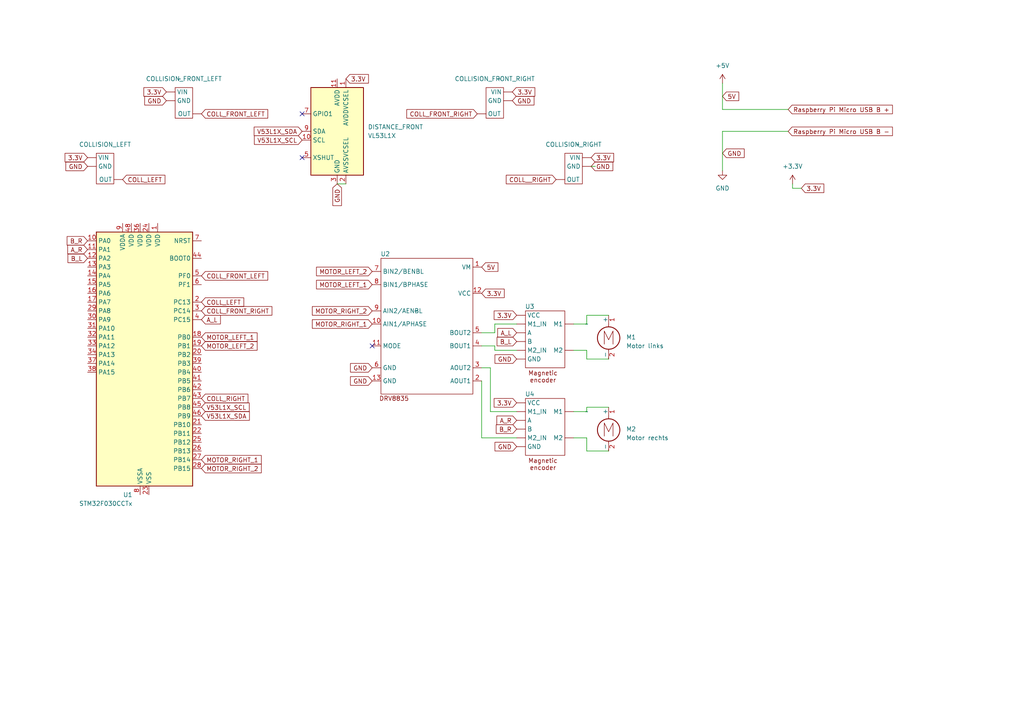
<source format=kicad_sch>
(kicad_sch (version 20230121) (generator eeschema)
  (paper "A4")
  (title_block (title "MicroMouse for ESHO1") (date "2023-09-24") (rev "1.0"))
  (lib_symbols
    (symbol "Custom:DRV8835"
      (property "Reference" "U" (at -8.89 16.51 0))
      (symbol "DRV8835_0_1"
        (rectangle (start -10.16 15.24) (end 16.51 -24.13))
      )
      (symbol "DRV8835_1_1"
        (text "DRV8835\n" (at -6.35 -25.4 0) (effects (font (size 1.27 1.27))))
        (pin power_in line (at 19.05 12.7 180) (length 2.54) (name "VM") (number "1"))
        (pin input line (at -12.7 -3.81 0) (length 2.54) (name "AIN1/APHASE") (number "10"))
        (pin input line (at -12.7 -10.16 0) (length 2.54) (name "MODE") (number "11"))
        (pin power_in line (at 19.05 5.08 180) (length 2.54) (name "VCC") (number "12"))
        (pin input line (at -12.7 -20.32 0) (length 2.54) (name "GND") (number "13"))
        (pin output line (at 19.05 -20.32 180) (length 2.54) (name "AOUT1") (number "2"))
        (pin output line (at 19.05 -16.51 180) (length 2.54) (name "AOUT2") (number "3"))
        (pin output line (at 19.05 -10.16 180) (length 2.54) (name "BOUT1") (number "4"))
        (pin output line (at 19.05 -6.35 180) (length 2.54) (name "BOUT2") (number "5"))
        (pin input line (at -12.7 -16.51 0) (length 2.54) (name "GND") (number "6"))
        (pin input line (at -12.7 11.43 0) (length 2.54) (name "BIN2/BENBL") (number "7"))
        (pin input line (at -12.7 7.62 0) (length 2.54) (name "BIN1/BPHASE") (number "8"))
        (pin input line (at -12.7 0 0) (length 2.54) (name "AIN2/AENBL") (number "9"))
      )
    )
    (symbol "Custom:Pololu_Digital_Distance_Sensor"
      (property "Reference" "U" (at 0 6.35 0))
      (symbol "Pololu_Digital_Distance_Sensor_0_1"
        (rectangle (start -2.54 5.08) (end 2.54 -3.81))
      )
      (symbol "Pololu_Digital_Distance_Sensor_1_1"
        (pin input line (at -5.08 1.27 0) (length 2.54) (name "GND") (number ""))
        (pin output line (at 5.08 -2.54 180) (length 2.54) (name "OUT") (number ""))
        (pin power_in line (at -5.08 3.81 0) (length 2.54) (name "VIN") (number ""))
      )
    )
    (symbol "Custom:Pololu_Magnetic_Encoder"
      (property "Reference" "U" (at -3.81 8.89 0))
      (symbol "Pololu_Magnetic_Encoder_0_1"
        (rectangle (start -5.08 7.62) (end 6.35 -8.89))
      )
      (symbol "Pololu_Magnetic_Encoder_1_1"
        (text "Magnetic\nencoder" (at 0 -11.43 0) (effects (font (size 1.27 1.27))))
        (pin output line (at -7.62 1.27 0) (length 2.54) (name "A") (number ""))
        (pin output line (at -7.62 -1.27 0) (length 2.54) (name "B") (number ""))
        (pin output line (at -7.62 -6.35 0) (length 2.54) (name "GND") (number ""))
        (pin output line (at 8.89 3.81 180) (length 2.54) (name "M1") (number ""))
        (pin input line (at -7.62 3.81 0) (length 2.54) (name "M1_IN") (number ""))
        (pin output line (at 8.89 -3.81 180) (length 2.54) (name "M2") (number ""))
        (pin input line (at -7.62 -3.81 0) (length 2.54) (name "M2_IN") (number ""))
        (pin power_in line (at -7.62 6.35 0) (length 2.54) (name "VCC") (number ""))
      )
    )
    (symbol "MCU_ST_STM32F0:STM32F030CCTx"
      (property "Reference" "U" (at -12.7 39.37 0))
      (property "Value" "STM32F030CCTx" (at 10.16 39.37 0))
      (symbol "STM32F030CCTx_0_1"
        (rectangle (start -12.7 -35.56) (end 15.24 38.1) (stroke (width 0.254)) (fill (type background)))
      )
      (symbol "STM32F030CCTx_1_1"
        (pin power_in line (at -2.54 40.64 270) (length 2.54) (name "VDD") (number "1"))
        (pin bidirectional line (at 17.78 35.56 180) (length 2.54) (name "PA0") (number "10"))
        (pin bidirectional line (at 17.78 33.02 180) (length 2.54) (name "PA1") (number "11"))
        (pin bidirectional line (at 17.78 30.48 180) (length 2.54) (name "PA2") (number "12"))
        (pin bidirectional line (at 17.78 27.94 180) (length 2.54) (name "PA3") (number "13"))
        (pin bidirectional line (at 17.78 25.4 180) (length 2.54) (name "PA4") (number "14"))
        (pin bidirectional line (at 17.78 22.86 180) (length 2.54) (name "PA5") (number "15"))
        (pin bidirectional line (at 17.78 20.32 180) (length 2.54) (name "PA6") (number "16"))
        (pin bidirectional line (at 17.78 17.78 180) (length 2.54) (name "PA7") (number "17"))
        (pin bidirectional line (at -15.24 7.62 0) (length 2.54) (name "PB0") (number "18"))
        (pin bidirectional line (at -15.24 5.08 0) (length 2.54) (name "PB1") (number "19"))
        (pin bidirectional line (at -15.24 17.78 0) (length 2.54) (name "PC13") (number "2"))
        (pin bidirectional line (at -15.24 2.54 0) (length 2.54) (name "PB2") (number "20"))
        (pin bidirectional line (at -15.24 -17.78 0) (length 2.54) (name "PB10") (number "21"))
        (pin bidirectional line (at -15.24 -20.32 0) (length 2.54) (name "PB11") (number "22"))
        (pin power_in line (at 0 -38.1 90) (length 2.54) (name "VSS") (number "23"))
        (pin power_in line (at 0 40.64 270) (length 2.54) (name "VDD") (number "24"))
        (pin bidirectional line (at -15.24 -22.86 0) (length 2.54) (name "PB12") (number "25"))
        (pin bidirectional line (at -15.24 -25.4 0) (length 2.54) (name "PB13") (number "26"))
        (pin bidirectional line (at -15.24 -27.94 0) (length 2.54) (name "PB14") (number "27"))
        (pin bidirectional line (at -15.24 -30.48 0) (length 2.54) (name "PB15") (number "28"))
        (pin bidirectional line (at 17.78 15.24 180) (length 2.54) (name "PA8") (number "29"))
        (pin bidirectional line (at -15.24 15.24 0) (length 2.54) (name "PC14") (number "3"))
        (pin bidirectional line (at 17.78 12.7 180) (length 2.54) (name "PA9") (number "30"))
        (pin bidirectional line (at 17.78 10.16 180) (length 2.54) (name "PA10") (number "31"))
        (pin bidirectional line (at 17.78 7.62 180) (length 2.54) (name "PA11") (number "32"))
        (pin bidirectional line (at 17.78 5.08 180) (length 2.54) (name "PA12") (number "33"))
        (pin bidirectional line (at 17.78 2.54 180) (length 2.54) (name "PA13") (number "34"))
        (pin passive line (at 0 -38.1 90) (length 2.54) hide (name "VSS") (number "35"))
        (pin power_in line (at 2.54 40.64 270) (length 2.54) (name "VDD") (number "36"))
        (pin bidirectional line (at 17.78 0 180) (length 2.54) (name "PA14") (number "37"))
        (pin bidirectional line (at 17.78 -2.54 180) (length 2.54) (name "PA15") (number "38"))
        (pin bidirectional line (at -15.24 0 0) (length 2.54) (name "PB3") (number "39"))
        (pin bidirectional line (at -15.24 12.7 0) (length 2.54) (name "PC15") (number "4"))
        (pin bidirectional line (at -15.24 -2.54 0) (length 2.54) (name "PB4") (number "40"))
        (pin bidirectional line (at -15.24 -5.08 0) (length 2.54) (name "PB5") (number "41"))
        (pin bidirectional line (at -15.24 -7.62 0) (length 2.54) (name "PB6") (number "42"))
        (pin bidirectional line (at -15.24 -10.16 0) (length 2.54) (name "PB7") (number "43"))
        (pin input line (at -15.24 30.48 0) (length 2.54) (name "BOOT0") (number "44"))
        (pin bidirectional line (at -15.24 -12.7 0) (length 2.54) (name "PB8") (number "45"))
        (pin bidirectional line (at -15.24 -15.24 0) (length 2.54) (name "PB9") (number "46"))
        (pin passive line (at 0 -38.1 90) (length 2.54) hide (name "VSS") (number "47"))
        (pin power_in line (at 5.08 40.64 270) (length 2.54) (name "VDD") (number "48"))
        (pin bidirectional line (at -15.24 25.4 0) (length 2.54) (name "PF0") (number "5"))
        (pin bidirectional line (at -15.24 22.86 0) (length 2.54) (name "PF1") (number "6"))
        (pin input line (at -15.24 35.56 0) (length 2.54) (name "NRST") (number "7"))
        (pin power_in line (at 2.54 -38.1 90) (length 2.54) (name "VSSA") (number "8"))
        (pin power_in line (at 7.62 40.64 270) (length 2.54) (name "VDDA") (number "9"))
      )
    )
    (symbol "Motor:Motor_DC" (pin_names (offset 0))
      (property "Reference" "M" (at 2.54 2.54 0))
      (property "Value" "Motor_DC" (at 2.54 -5.08 0))
      (symbol "Motor_DC_0_0"
        (polyline (pts (xy -1.27 -3.302) (xy -1.27 0.508) (xy 0 -2.032) (xy 1.27 0.508) (xy 1.27 -3.302)))
      )
      (symbol "Motor_DC_0_1"
        (circle (center 0 -1.524) (radius 3.2512) (stroke (width 0.254)))
        (polyline (pts (xy 0 -7.62) (xy 0 -7.112)))
        (polyline (pts (xy 0 -4.7752) (xy 0 -5.1816)))
        (polyline (pts (xy 0 1.7272) (xy 0 2.0828)))
        (polyline (pts (xy 0 2.032) (xy 0 2.54)))
      )
      (symbol "Motor_DC_1_1"
        (pin passive line (at 0 5.08 270) (length 2.54) (name "+") (number "1"))
        (pin passive line (at 0 -7.62 90) (length 2.54) (name "-") (number "2"))
      )
    )
    (symbol "Sensor_Distance:VL53L1CXV0FY1"
      (property "Reference" "U" (at -6.35 13.97 0))
      (property "Value" "VL53L1CXV0FY1" (at 12.065 13.97 0))
      (symbol "VL53L1CXV0FY1_0_1"
        (rectangle (start -7.62 12.7) (end 7.62 -12.7) (stroke (width 0.254)) (fill (type background)))
      )
      (symbol "VL53L1CXV0FY1_1_1"
        (pin power_in line (at 2.54 15.24 270) (length 2.54) (name "AVDDVCSEL") (number "1"))
        (pin input line (at -10.16 -2.54 0) (length 2.54) (name "SCL") (number "10"))
        (pin power_in line (at 0 15.24 270) (length 2.54) (name "AVDD") (number "11"))
        (pin passive line (at 0 -15.24 90) (length 2.54) hide (name "GND") (number "12"))
        (pin power_in line (at 2.54 -15.24 90) (length 2.54) (name "AVSSVCSEL") (number "2"))
        (pin power_in line (at 0 -15.24 90) (length 2.54) (name "GND") (number "3"))
        (pin passive line (at 0 -15.24 90) (length 2.54) hide (name "GND") (number "4"))
        (pin input line (at -10.16 -7.62 0) (length 2.54) (name "XSHUT") (number "5"))
        (pin passive line (at 0 -15.24 90) (length 2.54) hide (name "GND") (number "6"))
        (pin open_collector line (at -10.16 5.08 0) (length 2.54) (name "GPIO1") (number "7"))
        (pin no_connect line (at -7.62 7.62 0) (length 2.54) hide (name "DNC") (number "8"))
        (pin bidirectional line (at -10.16 0 0) (length 2.54) (name "SDA") (number "9"))
      )
    )
    (symbol "power:+3.3V" (power) (pin_names (offset 0))
      (property "Value" "+3.3V" (at 0 3.556 0))
      (symbol "+3.3V_0_1"
        (polyline (pts (xy -0.762 1.27) (xy 0 2.54)))
        (polyline (pts (xy 0 0) (xy 0 2.54)))
        (polyline (pts (xy 0 2.54) (xy 0.762 1.27)))
      )
      (symbol "+3.3V_1_1"
        (pin power_in line (at 0 0 90) (length 0) hide (name "+3.3V") (number "1"))
      )
    )
    (symbol "power:+5V" (power) (pin_names (offset 0))
      (property "Value" "+5V" (at 0 3.556 0))
      (symbol "+5V_0_1"
        (polyline (pts (xy -0.762 1.27) (xy 0 2.54)))
        (polyline (pts (xy 0 0) (xy 0 2.54)))
        (polyline (pts (xy 0 2.54) (xy 0.762 1.27)))
      )
      (symbol "+5V_1_1"
        (pin power_in line (at 0 0 90) (length 0) hide (name "+5V") (number "1"))
      )
    )
    (symbol "power:GND" (power) (pin_names (offset 0))
      (property "Value" "GND" (at 0 -3.81 0))
      (symbol "GND_0_1"
        (polyline (pts (xy 0 0) (xy 0 -1.27) (xy 1.27 -1.27) (xy 0 -2.54) (xy -1.27 -1.27) (xy 0 -1.27)))
      )
      (symbol "GND_1_1"
        (pin power_in line (at 0 0 270) (length 0) hide (name "GND") (number "1"))
      )
    )
  )
  (no_connect (at 107.95 100.33))
  (no_connect (at 87.63 33.02))
  (no_connect (at 87.63 45.72))
  (wire (pts (xy 139.7 106.68) (xy 142.24 106.68)))
  (wire (pts (xy 139.7 100.33) (xy 143.51 100.33)))
  (wire (pts (xy 209.55 38.1) (xy 209.55 49.53)))
  (wire (pts (xy 170.18 119.38) (xy 170.18 118.11)))
  (wire (pts (xy 229.87 54.61) (xy 232.41 54.61)))
  (wire (pts (xy 170.18 118.11) (xy 176.53 118.11)))
  (wire (pts (xy 229.87 53.34) (xy 229.87 54.61)))
  (wire (pts (xy 170.18 130.81) (xy 176.53 130.81)))
  (wire (pts (xy 139.7 127) (xy 149.86 127)))
  (wire (pts (xy 166.37 127) (xy 170.18 127)))
  (wire (pts (xy 166.37 101.6) (xy 170.18 101.6)))
  (wire (pts (xy 143.51 96.52) (xy 143.51 93.98)))
  (wire (pts (xy 142.24 119.38) (xy 149.86 119.38)))
  (wire (pts (xy 171.45 48.26) (xy 172.72 48.26)))
  (wire (pts (xy 139.7 96.52) (xy 143.51 96.52)))
  (wire (pts (xy 209.55 24.13) (xy 209.55 31.75)))
  (wire (pts (xy 166.37 93.98) (xy 170.18 93.98)))
  (wire (pts (xy 228.6 31.75) (xy 209.55 31.75)))
  (wire (pts (xy 170.18 93.98) (xy 170.18 91.44)))
  (wire (pts (xy 170.18 104.14) (xy 176.53 104.14)))
  (wire (pts (xy 143.51 93.98) (xy 149.86 93.98)))
  (wire (pts (xy 166.37 119.38) (xy 170.18 119.38)))
  (wire (pts (xy 170.18 127) (xy 170.18 130.81)))
  (wire (pts (xy 97.79 53.34) (xy 100.33 53.34)))
  (wire (pts (xy 228.6 38.1) (xy 209.55 38.1)))
  (wire (pts (xy 143.51 100.33) (xy 143.51 101.6)))
  (wire (pts (xy 139.7 110.49) (xy 139.7 127)))
  (wire (pts (xy 143.51 101.6) (xy 149.86 101.6)))
  (wire (pts (xy 142.24 106.68) (xy 142.24 119.38)))
  (wire (pts (xy 170.18 101.6) (xy 170.18 104.14)))
  (wire (pts (xy 170.18 91.44) (xy 176.53 91.44)))
  (global_label "B_R" (shape input) (at 25.4 69.85 180) (property "Intersheetrefs" "${INTERSHEET_REFS}" (effects hide)))
  (global_label "A_L" (shape input) (at 149.86 96.52 180) (property "Intersheetrefs" "${INTERSHEET_REFS}" (effects hide)))
  (global_label "GND" (shape input) (at 149.86 104.14 180) (property "Intersheetrefs" "${INTERSHEET_REFS}" (effects hide)))
  (global_label "GND" (shape input) (at 209.55 44.45 0) (property "Intersheetrefs" "${INTERSHEET_REFS}" (effects hide)))
  (global_label "GND" (shape input) (at 148.59 29.21 0) (property "Intersheetrefs" "${INTERSHEET_REFS}" (effects hide)))
  (global_label "COLL_FRONT_LEFT" (shape input) (at 58.42 33.02 0) (property "Intersheetrefs" "${INTERSHEET_REFS}" (effects hide)))
  (global_label "GND" (shape input) (at 107.95 110.49 180) (property "Intersheetrefs" "${INTERSHEET_REFS}" (effects hide)))
  (global_label "3.3V" (shape input) (at 148.59 26.67 0) (property "Intersheetrefs" "${INTERSHEET_REFS}" (effects hide)))
  (global_label "MOTOR_LEFT_1" (shape input) (at 58.42 97.79 0) (property "Intersheetrefs" "${INTERSHEET_REFS}" (effects hide)))
  (global_label "A_L" (shape input) (at 58.42 92.71 0) (property "Intersheetrefs" "${INTERSHEET_REFS}" (effects hide)))
  (global_label "MOTOR_LEFT_2" (shape input) (at 58.42 100.33 0) (property "Intersheetrefs" "${INTERSHEET_REFS}" (effects hide)))
  (global_label "3.3V" (shape input) (at 149.86 91.44 180) (property "Intersheetrefs" "${INTERSHEET_REFS}" (effects hide)))
  (global_label "MOTOR_RIGHT_1" (shape input) (at 58.42 133.35 0) (property "Intersheetrefs" "${INTERSHEET_REFS}" (effects hide)))
  (global_label "V53L1X_SCL" (shape input) (at 87.63 40.64 180) (property "Intersheetrefs" "${INTERSHEET_REFS}" (effects hide)))
  (global_label "COLL_RIGHT" (shape input) (at 58.42 115.57 0) (property "Intersheetrefs" "${INTERSHEET_REFS}" (effects hide)))
  (global_label "V53L1X_SDA" (shape input) (at 58.42 120.65 0) (property "Intersheetrefs" "${INTERSHEET_REFS}" (effects hide)))
  (global_label "V53L1X_SDA" (shape input) (at 87.63 38.1 180) (property "Intersheetrefs" "${INTERSHEET_REFS}" (effects hide)))
  (global_label "GND" (shape input) (at 48.26 29.21 180) (property "Intersheetrefs" "${INTERSHEET_REFS}" (effects hide)))
  (global_label "Raspberry Pi Micro USB B +" (shape input) (at 228.6 31.75 0) (property "Intersheetrefs" "${INTERSHEET_REFS}" (effects hide)))
  (global_label "3.3V" (shape input) (at 171.45 45.72 0) (property "Intersheetrefs" "${INTERSHEET_REFS}" (effects hide)))
  (global_label "GND" (shape input) (at 25.4 48.26 180) (property "Intersheetrefs" "${INTERSHEET_REFS}" (effects hide)))
  (global_label "COLL_LEFT" (shape input) (at 35.56 52.07 0) (property "Intersheetrefs" "${INTERSHEET_REFS}" (effects hide)))
  (global_label "B_L" (shape input) (at 25.4 74.93 180) (property "Intersheetrefs" "${INTERSHEET_REFS}" (effects hide)))
  (global_label "COLL__RIGHT" (shape input) (at 161.29 52.07 180) (property "Intersheetrefs" "${INTERSHEET_REFS}" (effects hide)))
  (global_label "GND" (shape input) (at 107.95 106.68 180) (property "Intersheetrefs" "${INTERSHEET_REFS}" (effects hide)))
  (global_label "COLL_LEFT" (shape input) (at 58.42 87.63 0) (property "Intersheetrefs" "${INTERSHEET_REFS}" (effects hide)))
  (global_label "COLL_FRONT_RIGHT" (shape input) (at 138.43 33.02 180) (property "Intersheetrefs" "${INTERSHEET_REFS}" (effects hide)))
  (global_label "MOTOR_RIGHT_2" (shape input) (at 107.95 90.17 180) (property "Intersheetrefs" "${INTERSHEET_REFS}" (effects hide)))
  (global_label "3.3V" (shape input) (at 232.41 54.61 0) (property "Intersheetrefs" "${INTERSHEET_REFS}" (effects hide)))
  (global_label "MOTOR_RIGHT_1" (shape input) (at 107.95 93.98 180) (property "Intersheetrefs" "${INTERSHEET_REFS}" (effects hide)))
  (global_label "MOTOR_LEFT_2" (shape input) (at 107.95 78.74 180) (property "Intersheetrefs" "${INTERSHEET_REFS}" (effects hide)))
  (global_label "3.3V" (shape input) (at 100.33 22.86 0) (property "Intersheetrefs" "${INTERSHEET_REFS}" (effects hide)))
  (global_label "GND" (shape input) (at 149.86 129.54 180) (property "Intersheetrefs" "${INTERSHEET_REFS}" (effects hide)))
  (global_label "5V" (shape input) (at 139.7 77.47 0) (property "Intersheetrefs" "${INTERSHEET_REFS}" (effects hide)))
  (global_label "3.3V" (shape input) (at 48.26 26.67 180) (property "Intersheetrefs" "${INTERSHEET_REFS}" (effects hide)))
  (global_label "A_R" (shape input) (at 149.86 121.92 180) (property "Intersheetrefs" "${INTERSHEET_REFS}" (effects hide)))
  (global_label "5V" (shape input) (at 209.55 27.94 0) (property "Intersheetrefs" "${INTERSHEET_REFS}" (effects hide)))
  (global_label "3.3V" (shape input) (at 25.4 45.72 180) (property "Intersheetrefs" "${INTERSHEET_REFS}" (effects hide)))
  (global_label "3.3V" (shape input) (at 139.7 85.09 0) (property "Intersheetrefs" "${INTERSHEET_REFS}" (effects hide)))
  (global_label "Raspberry Pi Micro USB B -" (shape input) (at 228.6 38.1 0) (property "Intersheetrefs" "${INTERSHEET_REFS}" (effects hide)))
  (global_label "GND" (shape input) (at 97.79 53.34 270) (property "Intersheetrefs" "${INTERSHEET_REFS}" (effects hide)))
  (global_label "GND" (shape input) (at 171.45 48.26 0) (property "Intersheetrefs" "${INTERSHEET_REFS}" (effects hide)))
  (global_label "COLL_FRONT_LEFT" (shape input) (at 58.42 80.01 0) (property "Intersheetrefs" "${INTERSHEET_REFS}" (effects hide)))
  (global_label "3.3V" (shape input) (at 149.86 116.84 180) (property "Intersheetrefs" "${INTERSHEET_REFS}" (effects hide)))
  (global_label "MOTOR_RIGHT_2" (shape input) (at 58.42 135.89 0) (property "Intersheetrefs" "${INTERSHEET_REFS}" (effects hide)))
  (global_label "COLL_FRONT_RIGHT" (shape input) (at 58.42 90.17 0) (property "Intersheetrefs" "${INTERSHEET_REFS}" (effects hide)))
  (global_label "MOTOR_LEFT_1" (shape input) (at 107.95 82.55 180) (property "Intersheetrefs" "${INTERSHEET_REFS}" (effects hide)))
  (global_label "B_R" (shape input) (at 149.86 124.46 180) (property "Intersheetrefs" "${INTERSHEET_REFS}" (effects hide)))
  (global_label "B_L" (shape input) (at 149.86 99.06 180) (property "Intersheetrefs" "${INTERSHEET_REFS}" (effects hide)))
  (global_label "V53L1X_SCL" (shape input) (at 58.42 118.11 0) (property "Intersheetrefs" "${INTERSHEET_REFS}" (effects hide)))
  (global_label "A_R" (shape input) (at 25.4 72.39 180) (property "Intersheetrefs" "${INTERSHEET_REFS}" (effects hide)))
  (symbol (lib_id "Custom:Pololu_Digital_Distance_Sensor") (at 143.51 30.48 0) (mirror y) (unit 1)
    (property "Reference" "COLLISION_FRONT_RIGHT" (at 143.51 22.86 0))
    (property "Value" "~" (at 144.78 22.86 0))
  )
  (symbol (lib_id "Sensor_Distance:VL53L1CXV0FY1") (at 97.79 38.1 0) (unit 1)
    (property "Reference" "DISTANCE_FRONT" (at 106.68 36.83 0) (effects (justify left)))
    (property "Value" "VL53L1X" (at 106.68 39.37 0) (effects (justify left)))
    (property "Footprint" "Sensor_Distance:ST_VL53L1x" (effects hide))
    (property "Datasheet" "https://www.st.com/resource/en/datasheet/vl53l1x.pdf" (effects hide))
  )
  (symbol (lib_id "Custom:Pololu_Digital_Distance_Sensor") (at 30.48 49.53 0) (unit 1)
    (property "Reference" "U8" (effects hide))
    (property "Value" "COLLISION_LEFT" (at 30.48 41.91 0))
  )
  (symbol (lib_id "Custom:Pololu_Digital_Distance_Sensor") (at 166.37 49.53 0) (mirror y) (unit 1)
    (property "Reference" "COLLISION_RIGHT" (at 166.37 41.91 0))
    (property "Value" "~" (at 167.64 41.91 0))
  )
  (symbol (lib_id "Custom:Pololu_Digital_Distance_Sensor") (at 53.34 30.48 0) (unit 1)
    (property "Reference" "COLLISION_FRONT_LEFT" (at 53.34 22.86 0))
    (property "Value" "~" (at 52.07 22.86 0))
  )
  (symbol (lib_id "Motor:Motor_DC") (at 176.53 96.52 0) (unit 1)
    (property "Reference" "M1" (at 181.61 97.79 0) (effects (justify left)))
    (property "Value" "Motor links" (at 181.61 100.33 0) (effects (justify left)))
  )
  (symbol (lib_id "Custom:Pololu_Magnetic_Encoder") (at 157.48 123.19 0) (unit 1)
    (property "Reference" "U4" (at 153.67 114.3 0))
    (property "Value" "~" (at 170.18 119.38 0))
  )
  (symbol (lib_id "Custom:Pololu_Magnetic_Encoder") (at 157.48 97.79 0) (unit 1)
    (property "Reference" "U3" (at 153.67 88.9 0))
    (property "Value" "~" (at 170.18 93.98 0))
  )
  (symbol (lib_id "power:+5V") (at 209.55 24.13 0) (unit 1)
    (property "Reference" "#PWR01" (effects hide))
    (property "Value" "+5V" (at 209.55 19.05 0))
  )
  (symbol (lib_id "power:GND") (at 209.55 49.53 0) (unit 1)
    (property "Reference" "#PWR02" (effects hide))
    (property "Value" "GND" (at 209.55 54.61 0))
  )
  (symbol (lib_id "Motor:Motor_DC") (at 176.53 123.19 0) (unit 1)
    (property "Reference" "M2" (at 181.61 124.46 0) (effects (justify left)))
    (property "Value" "Motor rechts" (at 181.61 127 0) (effects (justify left)))
  )
  (symbol (lib_id "power:+3.3V") (at 229.87 53.34 0) (unit 1)
    (property "Reference" "#PWR03" (effects hide))
    (property "Value" "+3.3V" (at 229.87 48.26 0))
  )
  (symbol (lib_id "MCU_ST_STM32F0:STM32F030CCTx") (at 43.18 105.41 0) (mirror y) (unit 1)
    (property "Reference" "U1" (at 38.4459 143.51 0) (effects (justify left)))
    (property "Value" "STM32F030CCTx" (at 38.4459 146.05 0) (effects (justify left)))
    (property "Footprint" "Package_QFP:LQFP-48_7x7mm_P0.5mm" (effects hide))
    (property "Datasheet" "https://www.st.com/resource/en/datasheet/stm32f030cc.pdf" (effects hide))
  )
  (symbol (lib_id "Custom:DRV8835") (at 120.65 90.17 0) (unit 1)
    (property "Reference" "U2" (at 111.76 73.66 0))
    (property "Value" "~" (at 120.65 90.17 0))
  )
)
</source>
